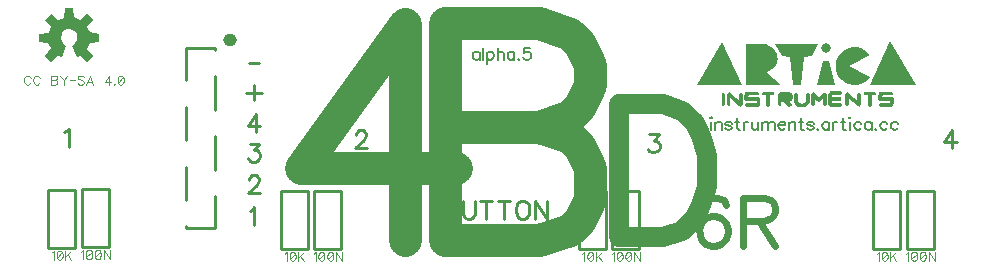
<source format=gbr>
%TF.GenerationSoftware,Novarm,DipTrace,3.3.1.3*%
%TF.CreationDate,2019-10-28T02:51:35+00:00*%
%FSLAX26Y26*%
%MOIN*%
%TF.FileFunction,Legend,Top*%
%TF.Part,Single*%
%ADD10C,0.009843*%
%ADD17O,0.04467X0.043737*%
%ADD19C,0.015584*%
%ADD20C,0.032777*%
%ADD21C,0.012511*%
%ADD22C,0.012511*%
%ADD23C,0.012438*%
%ADD24C,0.012438*%
%ADD25C,0.013974*%
%ADD26O,0.015584X0.014044*%
%ADD27O,0.026485X0.032763*%
%ADD28O,0.007829X0.006247*%
%ADD29C,0.014047*%
%ADD30O,0.015657X0.014044*%
%ADD31O,0.012438X0.014044*%
%ADD32O,0.012438X0.010921*%
%ADD47C,0.004632*%
%ADD48C,0.009264*%
%ADD49C,0.006176*%
%ADD50C,0.111163*%
%ADD51C,0.024703*%
%ADD52C,0.067933*%
G75*
G01*
%LPD*%
D17*
X1435966Y1213957D3*
X1289611Y680237D2*
D10*
Y790523D1*
Y585939D2*
Y593673D1*
Y585939D2*
X1387665D1*
Y692130D1*
Y778695D2*
Y892816D1*
X1289611Y880273D2*
Y990559D1*
X1387665Y978666D2*
Y1092851D1*
X1289611Y1080373D2*
Y1185850D1*
X1387665Y1178831D2*
Y1185850D1*
X1289611D1*
G36*
X885912Y1320900D2*
X912429D1*
X917102Y1289702D1*
X935832Y1281899D1*
X960792Y1302189D1*
X981059Y1281899D1*
X960792Y1256944D1*
X968599Y1239775D1*
X999789Y1235093D1*
Y1207017D1*
X968599Y1203895D1*
X960792Y1185184D1*
X979502Y1160211D1*
X960792Y1141500D1*
X935832Y1160211D1*
X924909Y1155547D1*
X909314Y1192988D1*
X920237Y1202334D1*
X928024Y1213260D1*
Y1225746D1*
X924909Y1236654D1*
X915544Y1244458D1*
X904622Y1249140D1*
X892142D1*
X881219Y1242897D1*
X874989Y1233532D1*
X871874Y1221064D1*
X874989Y1208578D1*
X882797Y1197652D1*
X890584Y1192988D1*
X874989Y1155547D1*
X864067Y1160211D1*
X839107Y1141500D1*
X820397Y1160211D1*
X839107Y1186745D1*
X831299Y1203895D1*
X800109Y1207017D1*
Y1235093D1*
X832877Y1238215D1*
X839107Y1256944D1*
X818839Y1281899D1*
X839107Y1300628D1*
X864067Y1281899D1*
X882797Y1288142D1*
X885912Y1320900D1*
G37*
D19*
X3159049Y1033346D3*
G36*
X2992125Y1062986D2*
X3076483Y1206752D1*
X3142111Y1062986D1*
X2992125D1*
G37*
G36*
X3155939Y1200261D2*
X3215202D1*
X3223031Y1198711D1*
X3233932Y1194037D1*
X3241761Y1189363D1*
X3249516Y1183116D1*
X3254199Y1176869D1*
X3258881Y1167521D1*
X3260418Y1159701D1*
X3262027Y1148802D1*
X3260418Y1139432D1*
X3255735Y1128511D1*
X3249516Y1122264D1*
X3241761Y1116040D1*
X3232396Y1111343D1*
X3224567Y1108242D1*
X3272929Y1062986D1*
X3155939D1*
Y1200261D1*
G37*
G36*
X3254199D2*
X3397747D1*
X3377480Y1161274D1*
X3349385Y1156600D1*
X3340020Y1064559D1*
X3313462D1*
X3304097Y1156600D1*
X3276075Y1161274D1*
X3254199Y1200261D1*
G37*
G36*
X3411794Y1142556D2*
X3432061D1*
X3452327Y1062986D1*
X3393064D1*
X3411794Y1142556D1*
G37*
G36*
X3569316Y1089502D2*
X3500688Y1126961D1*
X3569316Y1162825D1*
X3559951Y1173746D1*
X3550586Y1179992D1*
X3538148Y1186239D1*
X3525637Y1189363D1*
X3511590D1*
X3499152Y1186239D1*
X3486641Y1181543D1*
X3475740Y1173746D1*
X3466375Y1162825D1*
X3460156Y1151904D1*
X3457010Y1139432D1*
X3455473Y1126961D1*
X3457010Y1112916D1*
X3460156Y1100423D1*
X3467911Y1087951D1*
X3477276Y1078603D1*
X3488177Y1070783D1*
X3500688Y1066109D1*
X3511590Y1062986D1*
X3525637D1*
X3538148Y1066109D1*
X3552196Y1072356D1*
X3569316Y1089502D1*
G37*
G36*
X3570853Y1064559D2*
X3634871Y1209632D1*
X3723766Y1062986D1*
X3570853Y1064559D1*
G37*
D20*
X3421891Y1185453D3*
G36*
X3074801Y1033346D2*
X3087312D1*
Y995910D1*
X3074801D1*
Y1033346D1*
G37*
D21*
X3081056Y1034908D3*
D22*
Y995910D3*
G36*
X3091994Y1033346D2*
X3104432D1*
Y995910D1*
X3091994D1*
Y1033346D1*
G37*
D23*
X3098213Y1034908D3*
D24*
Y995910D3*
G36*
X3132527Y1033346D2*
X3145038D1*
Y995910D1*
X3132527D1*
Y1033346D1*
G37*
D21*
X3138783Y1034908D3*
D22*
Y995910D3*
G36*
X3224567Y1031796D2*
X3237078D1*
Y994359D1*
X3224567D1*
Y1031796D1*
G37*
D21*
X3230823Y1033357D3*
Y994348D3*
D25*
X3195704Y1015403D3*
D26*
X3194899Y998258D3*
D19*
X3605203Y1033346D3*
G36*
X3212056Y1041144D2*
X3249516D1*
Y1028672D1*
X3212056D1*
Y1041144D1*
G37*
D21*
X3213629Y1034908D3*
D23*
X3247980D3*
G36*
X3262027Y1033346D2*
X3274465D1*
Y995910D1*
X3262027D1*
Y1033346D1*
G37*
D23*
X3268246Y1034908D3*
D24*
Y995910D3*
G36*
X3316608Y1033346D2*
X3329119D1*
Y1014628D1*
X3316608D1*
Y1033346D1*
G37*
D21*
X3322863Y1034908D3*
G36*
X3268246Y1041144D2*
X3302560D1*
Y1008381D1*
X3268246D1*
Y1041144D1*
G37*
G36*
X3357141Y1033346D2*
X3369652D1*
Y1019302D1*
X3357141D1*
Y1033346D1*
G37*
D21*
X3363396Y1034908D3*
D27*
X3300219Y1024763D3*
G36*
X3563097Y1031796D2*
X3575535D1*
Y994359D1*
X3563097D1*
Y1031796D1*
G37*
D23*
X3569316Y1033357D3*
Y994348D3*
G36*
X3550586Y1041144D2*
X3588046D1*
Y1028672D1*
X3550586D1*
Y1041144D1*
G37*
D21*
X3552159Y1034908D3*
X3586473D3*
G36*
X3430451Y1033346D2*
X3442962D1*
Y995910D1*
X3430451D1*
Y1033346D1*
G37*
D21*
X3436706Y1034908D3*
D22*
Y995910D3*
G36*
X3413331Y1033346D2*
X3425842D1*
Y995910D1*
X3413331D1*
Y1033346D1*
G37*
D21*
X3419586Y1034908D3*
D22*
Y995910D3*
G36*
X3372798Y1033346D2*
X3385236D1*
Y995910D1*
X3372798D1*
Y1033346D1*
G37*
D23*
X3379017Y1034908D3*
D24*
Y995910D3*
G36*
X3319754Y1017751D2*
X3329119D1*
Y1008381D1*
X3319754D1*
Y1017751D1*
G37*
D28*
X3398515Y1009954D3*
D29*
X3641895Y1015403D3*
D30*
X3641090Y998258D3*
G36*
X3606776Y1041144D2*
X3644236D1*
Y1028672D1*
X3606776D1*
Y1041144D1*
G37*
D23*
X3608313Y1034908D3*
D21*
X3642663D3*
G36*
X3602094Y1022425D2*
X3639554D1*
Y1011505D1*
X3602094D1*
Y1022425D1*
G37*
D31*
X3603630Y1018527D3*
G36*
X3602094Y1002156D2*
X3639554D1*
Y991236D1*
X3602094D1*
Y1002156D1*
G37*
G36*
X3098213Y1041144D2*
X3141892Y1002156D1*
X3140356Y989663D1*
X3134063Y992786D1*
X3098213Y1023998D1*
Y1041144D1*
G37*
G36*
X3486641Y1033346D2*
X3499152D1*
Y995910D1*
X3486641D1*
Y1033346D1*
G37*
D21*
X3492896Y1034908D3*
D22*
Y995910D3*
G36*
X3527174Y1033346D2*
X3539685D1*
Y995910D1*
X3527174D1*
Y1033346D1*
G37*
D21*
X3533429Y1034908D3*
D22*
Y995910D3*
G36*
X3492860Y1041144D2*
X3536539Y1002156D1*
X3535002Y989663D1*
X3528783Y992786D1*
X3492860Y1023998D1*
Y1041144D1*
G37*
G36*
X3160622D2*
X3198009D1*
Y1028672D1*
X3160622D1*
Y1041144D1*
G37*
D23*
X3162158Y1034908D3*
X3196472D3*
G36*
X3155939Y1022425D2*
X3193399D1*
Y1011505D1*
X3155939D1*
Y1022425D1*
G37*
D31*
X3157476Y1018527D3*
D32*
X3602094Y996696D3*
G36*
X3155939Y1002156D2*
X3193399D1*
Y991236D1*
X3155939D1*
Y1002156D1*
G37*
D32*
Y996696D3*
D23*
X3191790Y997471D3*
D22*
X3305670Y995910D3*
G36*
X3280757Y1009954D2*
X3301024Y991236D1*
X3310389Y1000584D1*
X3297878Y1013077D1*
X3280757Y1009954D1*
G37*
G36*
X3341557Y989663D2*
X3352458D1*
X3363433Y997482D1*
X3368115Y1008381D1*
X3369652Y1020875D1*
X3357141Y1022425D1*
X3355604Y1009954D1*
X3341557Y989663D1*
G37*
G36*
X3316608Y1020875D2*
Y1005280D1*
X3327509Y991236D1*
X3344703Y989663D1*
X3358750Y999033D1*
X3350922Y1003707D1*
X3344703Y1000584D1*
X3335338Y1002156D1*
X3316608Y1020875D1*
G37*
G36*
X3380553Y1041144D2*
X3399283Y1023998D1*
X3416477Y1039593D1*
X3422696Y1030223D1*
X3402429Y1009954D1*
X3394601D1*
X3380553Y1023998D1*
Y1041144D1*
G37*
G36*
X3151257Y1031796D2*
X3163695D1*
Y1019302D1*
X3151257D1*
Y1031796D1*
G37*
G36*
X3191790Y1013077D2*
X3202691D1*
Y999033D1*
X3191790D1*
Y1013077D1*
G37*
G36*
X3436743Y1042717D2*
X3474130D1*
Y1030223D1*
X3436743D1*
Y1042717D1*
G37*
D24*
X3438280Y1036470D3*
X3472593D3*
G36*
X3435133Y1022425D2*
X3472593D1*
Y1009954D1*
X3435133D1*
Y1022425D1*
G37*
D21*
X3436706Y1016190D3*
D23*
X3471057D3*
G36*
X3436743Y1002156D2*
X3474130D1*
Y989663D1*
X3436743D1*
Y1002156D1*
G37*
D24*
X3438280Y995910D3*
X3472593D3*
D21*
X3637981Y997471D3*
G36*
X3597411Y1031796D2*
X3609849D1*
Y1019302D1*
X3597411D1*
Y1031796D1*
G37*
G36*
X3637944Y1013077D2*
X3648919D1*
Y999033D1*
X3637944D1*
Y1013077D1*
G37*
X3579951Y517508D2*
D10*
X3669951D1*
Y709508D1*
X3579951D1*
Y517508D1*
X3782449Y709508D2*
X3692449D1*
Y517508D1*
X3782449D1*
Y709508D1*
X2598700Y517508D2*
X2688700D1*
Y709508D1*
X2598700D1*
Y517508D1*
X2801200Y709508D2*
X2711200D1*
Y517508D1*
X2801200D1*
Y709508D1*
X1606329Y517508D2*
X1696329D1*
Y709508D1*
X1606329D1*
Y517508D1*
X1807451Y709508D2*
X1717451D1*
Y517508D1*
X1807451D1*
Y709508D1*
X829951Y521642D2*
X919951D1*
Y713642D1*
X829951D1*
Y521642D1*
X1032449Y715831D2*
X942449D1*
Y523831D1*
X1032449D1*
Y715831D1*
X3591993Y501563D2*
D47*
X3594878Y503022D1*
X3599189Y507300D1*
Y477189D1*
X3617075Y507300D2*
X3612764Y505874D1*
X3609879Y501563D1*
X3608453Y494400D1*
Y490089D1*
X3609879Y482926D1*
X3612764Y478615D1*
X3617075Y477189D1*
X3619927D1*
X3624238Y478615D1*
X3627090Y482926D1*
X3628549Y490089D1*
Y494400D1*
X3627090Y501563D1*
X3624238Y505874D1*
X3619927Y507300D1*
X3617075D1*
X3627090Y501563D2*
X3609879Y482926D1*
X3637812Y507333D2*
Y477189D1*
X3657908Y507333D2*
X3637812Y487237D1*
X3644975Y494433D2*
X3657908Y477189D1*
X3689812Y501563D2*
X3692697Y503022D1*
X3697008Y507300D1*
Y477189D1*
X3714894Y507300D2*
X3710583Y505874D1*
X3707698Y501563D1*
X3706272Y494400D1*
Y490089D1*
X3707698Y482926D1*
X3710583Y478615D1*
X3714894Y477189D1*
X3717746D1*
X3722057Y478615D1*
X3724908Y482926D1*
X3726368Y490089D1*
Y494400D1*
X3724908Y501563D1*
X3722057Y505874D1*
X3717746Y507300D1*
X3714894D1*
X3724908Y501563D2*
X3707698Y482926D1*
X3744253Y507300D2*
X3739942Y505874D1*
X3737057Y501563D1*
X3735631Y494400D1*
Y490089D1*
X3737057Y482926D1*
X3739942Y478615D1*
X3744253Y477189D1*
X3747105D1*
X3751416Y478615D1*
X3754268Y482926D1*
X3755727Y490089D1*
Y494400D1*
X3754268Y501563D1*
X3751416Y505874D1*
X3747105Y507300D1*
X3744253D1*
X3754268Y501563D2*
X3737057Y482926D1*
X3785087Y507333D2*
Y477189D1*
X3764991Y507333D1*
Y477189D1*
X2610742Y501563D2*
X2613627Y503022D1*
X2617938Y507300D1*
Y477189D1*
X2635824Y507300D2*
X2631513Y505874D1*
X2628628Y501563D1*
X2627202Y494400D1*
Y490089D1*
X2628628Y482926D1*
X2631513Y478615D1*
X2635824Y477189D1*
X2638676D1*
X2642987Y478615D1*
X2645839Y482926D1*
X2647298Y490089D1*
Y494400D1*
X2645839Y501563D1*
X2642987Y505874D1*
X2638676Y507300D1*
X2635824D1*
X2645839Y501563D2*
X2628628Y482926D1*
X2656562Y507333D2*
Y477189D1*
X2676658Y507333D2*
X2656562Y487237D1*
X2663725Y494433D2*
X2676658Y477189D1*
X2708563Y501563D2*
X2711448Y503022D1*
X2715759Y507300D1*
Y477189D1*
X2733644Y507300D2*
X2729333Y505874D1*
X2726448Y501563D1*
X2725022Y494400D1*
Y490089D1*
X2726448Y482926D1*
X2729333Y478615D1*
X2733644Y477189D1*
X2736496D1*
X2740807Y478615D1*
X2743659Y482926D1*
X2745118Y490089D1*
Y494400D1*
X2743659Y501563D1*
X2740807Y505874D1*
X2736496Y507300D1*
X2733644D1*
X2743659Y501563D2*
X2726448Y482926D1*
X2763004Y507300D2*
X2758693Y505874D1*
X2755808Y501563D1*
X2754382Y494400D1*
Y490089D1*
X2755808Y482926D1*
X2758693Y478615D1*
X2763004Y477189D1*
X2765856D1*
X2770167Y478615D1*
X2773019Y482926D1*
X2774478Y490089D1*
Y494400D1*
X2773019Y501563D1*
X2770167Y505874D1*
X2765856Y507300D1*
X2763004D1*
X2773019Y501563D2*
X2755808Y482926D1*
X2803837Y507333D2*
Y477189D1*
X2783741Y507333D1*
Y477189D1*
X1618371Y501563D2*
X1621256Y503022D1*
X1625567Y507300D1*
Y477189D1*
X1643453Y507300D2*
X1639142Y505874D1*
X1636257Y501563D1*
X1634831Y494400D1*
Y490089D1*
X1636257Y482926D1*
X1639142Y478615D1*
X1643453Y477189D1*
X1646305D1*
X1650616Y478615D1*
X1653468Y482926D1*
X1654927Y490089D1*
Y494400D1*
X1653468Y501563D1*
X1650616Y505874D1*
X1646305Y507300D1*
X1643453D1*
X1653468Y501563D2*
X1636257Y482926D1*
X1664190Y507333D2*
Y477189D1*
X1684286Y507333D2*
X1664190Y487237D1*
X1671353Y494433D2*
X1684286Y477189D1*
X1714813Y501563D2*
X1717698Y503022D1*
X1722009Y507300D1*
Y477189D1*
X1739895Y507300D2*
X1735584Y505874D1*
X1732699Y501563D1*
X1731273Y494400D1*
Y490089D1*
X1732699Y482926D1*
X1735584Y478615D1*
X1739895Y477189D1*
X1742747D1*
X1747058Y478615D1*
X1749910Y482926D1*
X1751369Y490089D1*
Y494400D1*
X1749910Y501563D1*
X1747058Y505874D1*
X1742747Y507300D1*
X1739895D1*
X1749910Y501563D2*
X1732699Y482926D1*
X1769255Y507300D2*
X1764943Y505874D1*
X1762058Y501563D1*
X1760632Y494400D1*
Y490089D1*
X1762058Y482926D1*
X1764943Y478615D1*
X1769255Y477189D1*
X1772106D1*
X1776417Y478615D1*
X1779269Y482926D1*
X1780728Y490089D1*
Y494400D1*
X1779269Y501563D1*
X1776417Y505874D1*
X1772106Y507300D1*
X1769255D1*
X1779269Y501563D2*
X1762058Y482926D1*
X1810088Y507333D2*
Y477189D1*
X1789992Y507333D1*
Y477189D1*
X841993Y505697D2*
X844878Y507156D1*
X849189Y511434D1*
Y481323D1*
X867075Y511434D2*
X862764Y510008D1*
X859879Y505697D1*
X858453Y498534D1*
Y494223D1*
X859879Y487060D1*
X862764Y482749D1*
X867075Y481323D1*
X869927D1*
X874238Y482749D1*
X877090Y487060D1*
X878549Y494223D1*
Y498534D1*
X877090Y505697D1*
X874238Y510008D1*
X869927Y511434D1*
X867075D1*
X877090Y505697D2*
X859879Y487060D1*
X887812Y511467D2*
Y481323D1*
X907908Y511467D2*
X887812Y491371D1*
X894975Y498567D2*
X907908Y481323D1*
X939812Y507886D2*
X942697Y509345D1*
X947008Y513623D1*
Y483512D1*
X964894Y513623D2*
X960583Y512197D1*
X957698Y507886D1*
X956272Y500723D1*
Y496412D1*
X957698Y489249D1*
X960583Y484938D1*
X964894Y483512D1*
X967746D1*
X972057Y484938D1*
X974908Y489249D1*
X976368Y496412D1*
Y500723D1*
X974908Y507886D1*
X972057Y512197D1*
X967746Y513623D1*
X964894D1*
X974908Y507886D2*
X957698Y489249D1*
X994253Y513623D2*
X989942Y512197D1*
X987057Y507886D1*
X985631Y500723D1*
Y496412D1*
X987057Y489249D1*
X989942Y484938D1*
X994253Y483512D1*
X997105D1*
X1001416Y484938D1*
X1004268Y489249D1*
X1005727Y496412D1*
Y500723D1*
X1004268Y507886D1*
X1001416Y512197D1*
X997105Y513623D1*
X994253D1*
X1004268Y507886D2*
X987057Y489249D1*
X1035087Y513656D2*
Y483512D1*
X1014991Y513656D1*
Y483512D1*
X1499262Y747926D2*
D48*
Y750778D1*
X1502114Y756548D1*
X1504966Y759400D1*
X1510736Y762252D1*
X1522210D1*
X1527914Y759400D1*
X1530765Y756548D1*
X1533684Y750778D1*
Y745074D1*
X1530765Y739304D1*
X1525062Y730748D1*
X1496344Y702030D1*
X1536536D1*
X1499859Y1138393D2*
X1533021D1*
X1516407Y1064227D2*
Y1012561D1*
X1490607Y1038361D2*
X1542273D1*
X1523636Y908282D2*
Y968504D1*
X1494918Y928378D1*
X1537962D1*
X1502114Y868506D2*
X1533617D1*
X1516440Y845558D1*
X1525062D1*
X1530765Y842707D1*
X1533617Y839855D1*
X1536536Y831233D1*
Y825529D1*
X1533617Y816907D1*
X1527914Y811137D1*
X1519291Y808285D1*
X1510669D1*
X1502114Y811137D1*
X1499262Y814055D1*
X1496344Y819759D1*
X1502995Y644530D2*
X1508765Y647448D1*
X1517387Y656004D1*
Y595782D1*
X884362Y907030D2*
X890132Y909948D1*
X898754Y918504D1*
Y858282D1*
X3037856Y954167D2*
D49*
X3039757Y952266D1*
X3041703Y954167D1*
X3039757Y956113D1*
X3037856Y954167D1*
X3039757Y940770D2*
Y913975D1*
X3054054Y940770D2*
Y913975D1*
Y933121D2*
X3059802Y938869D1*
X3063649Y940770D1*
X3069353D1*
X3073200Y938869D1*
X3075101Y933121D1*
Y913975D1*
X3108499Y935022D2*
X3106598Y938869D1*
X3100850Y940770D1*
X3095102D1*
X3089354Y938869D1*
X3087452Y935022D1*
X3089354Y931219D1*
X3093200Y929274D1*
X3102751Y927372D1*
X3106598Y925471D1*
X3108499Y921624D1*
Y919723D1*
X3106598Y915921D1*
X3100850Y913975D1*
X3095102D1*
X3089354Y915921D1*
X3087452Y919723D1*
X3126598Y954167D2*
Y921624D1*
X3128500Y915921D1*
X3132346Y913975D1*
X3136149D1*
X3120850Y940770D2*
X3134248D1*
X3148500D2*
Y913975D1*
Y929274D2*
X3150446Y935022D1*
X3154248Y938869D1*
X3158095Y940770D1*
X3163843D1*
X3176195D2*
Y921624D1*
X3178096Y915921D1*
X3181943Y913975D1*
X3187691D1*
X3191493Y915921D1*
X3197241Y921624D1*
Y940770D2*
Y913975D1*
X3209593Y940770D2*
Y913975D1*
Y933121D2*
X3215341Y938869D1*
X3219187Y940770D1*
X3224891D1*
X3228738Y938869D1*
X3230639Y933121D1*
Y913975D1*
Y933121D2*
X3236387Y938869D1*
X3240234Y940770D1*
X3245938D1*
X3249785Y938869D1*
X3251730Y933121D1*
Y913975D1*
X3264081Y929274D2*
X3287029D1*
Y933121D1*
X3285128Y936967D1*
X3283227Y938869D1*
X3279380Y940770D1*
X3273632D1*
X3269829Y938869D1*
X3265983Y935022D1*
X3264081Y929274D1*
Y925471D1*
X3265983Y919723D1*
X3269829Y915921D1*
X3273632Y913975D1*
X3279380D1*
X3283227Y915921D1*
X3287029Y919723D1*
X3299381Y940770D2*
Y913975D1*
Y933121D2*
X3305129Y938869D1*
X3308976Y940770D1*
X3314679D1*
X3318526Y938869D1*
X3320427Y933121D1*
Y913975D1*
X3338527Y954167D2*
Y921624D1*
X3340428Y915921D1*
X3344275Y913975D1*
X3348077D1*
X3332779Y940770D2*
X3346176D1*
X3381475Y935022D2*
X3379574Y938869D1*
X3373826Y940770D1*
X3368078D1*
X3362330Y938869D1*
X3360429Y935022D1*
X3362330Y931219D1*
X3366177Y929274D1*
X3375727Y927372D1*
X3379574Y925471D1*
X3381475Y921624D1*
Y919723D1*
X3379574Y915921D1*
X3373826Y913975D1*
X3368078D1*
X3362330Y915921D1*
X3360429Y919723D1*
X3395728Y917822D2*
X3393827Y915876D1*
X3395728Y913975D1*
X3397674Y915876D1*
X3395728Y917822D1*
X3432973Y940770D2*
Y913975D1*
Y935022D2*
X3429170Y938869D1*
X3425324Y940770D1*
X3419620D1*
X3415773Y938869D1*
X3411970Y935022D1*
X3410025Y929274D1*
Y925471D1*
X3411970Y919723D1*
X3415773Y915921D1*
X3419620Y913975D1*
X3425324D1*
X3429170Y915921D1*
X3432973Y919723D1*
X3445324Y940770D2*
Y913975D1*
Y929274D2*
X3447270Y935022D1*
X3451072Y938869D1*
X3454919Y940770D1*
X3460667D1*
X3478767Y954167D2*
Y921624D1*
X3480668Y915921D1*
X3484515Y913975D1*
X3488317D1*
X3473019Y940770D2*
X3486416D1*
X3500669Y954167D2*
X3502570Y952266D1*
X3504515Y954167D1*
X3502570Y956113D1*
X3500669Y954167D1*
X3502570Y940770D2*
Y913975D1*
X3539859Y935022D2*
X3536012Y938869D1*
X3532165Y940770D1*
X3526461D1*
X3522615Y938869D1*
X3518812Y935022D1*
X3516867Y929274D1*
Y925471D1*
X3518812Y919723D1*
X3522615Y915921D1*
X3526461Y913975D1*
X3532165D1*
X3536012Y915921D1*
X3539859Y919723D1*
X3575158Y940770D2*
Y913975D1*
Y935022D2*
X3571356Y938869D1*
X3567509Y940770D1*
X3561805D1*
X3557958Y938869D1*
X3554156Y935022D1*
X3552210Y929274D1*
Y925471D1*
X3554156Y919723D1*
X3557958Y915921D1*
X3561805Y913975D1*
X3567509D1*
X3571356Y915921D1*
X3575158Y919723D1*
X3589411Y917822D2*
X3587510Y915876D1*
X3589411Y913975D1*
X3591356Y915876D1*
X3589411Y917822D1*
X3626700Y935022D2*
X3622853Y938869D1*
X3619006Y940770D1*
X3613302D1*
X3609456Y938869D1*
X3605653Y935022D1*
X3603708Y929274D1*
Y925471D1*
X3605653Y919723D1*
X3609456Y915921D1*
X3613302Y913975D1*
X3619006D1*
X3622853Y915921D1*
X3626700Y919723D1*
X3662043Y935022D2*
X3658197Y938869D1*
X3654350Y940770D1*
X3648646D1*
X3644799Y938869D1*
X3640997Y935022D1*
X3639051Y929274D1*
Y925471D1*
X3640997Y919723D1*
X3644799Y915921D1*
X3648646Y913975D1*
X3654350D1*
X3658197Y915921D1*
X3662043Y919723D1*
X2833883Y899753D2*
D48*
X2865386D1*
X2848209Y876805D1*
X2856831D1*
X2862534Y873953D1*
X2865386Y871101D1*
X2868305Y862479D1*
Y856775D1*
X2865386Y848153D1*
X2859683Y842383D1*
X2851061Y839531D1*
X2842438D1*
X2833883Y842383D1*
X2831031Y845302D1*
X2828113Y851005D1*
X3844332Y852031D2*
Y912253D1*
X3815614Y872127D1*
X3858658D1*
X771496Y1087896D2*
D47*
X770070Y1090748D1*
X767185Y1093633D1*
X764333Y1095059D1*
X758596D1*
X755711Y1093633D1*
X752859Y1090748D1*
X751400Y1087896D1*
X749974Y1083585D1*
Y1076389D1*
X751400Y1072111D1*
X752859Y1069226D1*
X755711Y1066374D1*
X758596Y1064915D1*
X764333D1*
X767185Y1066374D1*
X770070Y1069226D1*
X771496Y1072111D1*
X802281Y1087896D2*
X800855Y1090748D1*
X797970Y1093633D1*
X795118Y1095059D1*
X789381D1*
X786496Y1093633D1*
X783644Y1090748D1*
X782185Y1087896D1*
X780759Y1083585D1*
Y1076389D1*
X782185Y1072111D1*
X783644Y1069226D1*
X786496Y1066374D1*
X789381Y1064915D1*
X795118D1*
X797970Y1066374D1*
X800855Y1069226D1*
X802281Y1072111D1*
X840705Y1095059D2*
Y1064915D1*
X853639D1*
X857950Y1066374D1*
X859376Y1067800D1*
X860801Y1070652D1*
Y1074963D1*
X859376Y1077848D1*
X857950Y1079274D1*
X853639Y1080700D1*
X857950Y1082159D1*
X859376Y1083585D1*
X860801Y1086437D1*
Y1089322D1*
X859376Y1092174D1*
X857950Y1093633D1*
X853639Y1095059D1*
X840705D1*
Y1080700D2*
X853639D1*
X870065Y1095059D2*
X881539Y1080700D1*
Y1064915D1*
X893013Y1095059D2*
X881539Y1080700D1*
X902276Y1079970D2*
X918857D1*
X948217Y1090748D2*
X945365Y1093633D1*
X941054Y1095059D1*
X935317D1*
X931006Y1093633D1*
X928121Y1090748D1*
Y1087896D1*
X929580Y1085011D1*
X931006Y1083585D1*
X933858Y1082159D1*
X942480Y1079274D1*
X945365Y1077848D1*
X946791Y1076389D1*
X948217Y1073537D1*
Y1069226D1*
X945365Y1066374D1*
X941054Y1064915D1*
X935317D1*
X931006Y1066374D1*
X928121Y1069226D1*
X980462Y1064915D2*
X968954Y1095059D1*
X957480Y1064915D1*
X961791Y1074963D2*
X976150D1*
X1033245Y1064915D2*
Y1095026D1*
X1018886Y1074963D1*
X1040408D1*
X1051097Y1067800D2*
X1049671Y1066341D1*
X1051097Y1064915D1*
X1052556Y1066341D1*
X1051097Y1067800D1*
X1070442Y1095026D2*
X1066131Y1093600D1*
X1063246Y1089289D1*
X1061820Y1082126D1*
Y1077815D1*
X1063246Y1070652D1*
X1066131Y1066341D1*
X1070442Y1064915D1*
X1073294D1*
X1077605Y1066341D1*
X1080457Y1070652D1*
X1081916Y1077815D1*
Y1082126D1*
X1080457Y1089289D1*
X1077605Y1093600D1*
X1073294Y1095026D1*
X1070442D1*
X1080457Y1089289D2*
X1063246Y1070652D1*
X2018083Y545603D2*
D50*
Y1268263D1*
X1673466Y786755D1*
X2189993D1*
X2154716Y1269059D2*
Y545603D1*
X2465109D1*
X2568574Y580622D1*
X2602797Y614845D1*
X2637020Y683291D1*
Y786755D1*
X2602797Y855997D1*
X2568574Y890220D1*
X2465109Y924443D1*
X2568574Y959461D1*
X2602797Y993684D1*
X2637020Y1062130D1*
Y1131372D1*
X2602797Y1199817D1*
X2568574Y1234836D1*
X2465109Y1269059D1*
X2154716D1*
Y924443D2*
X2465109D1*
X2268267Y1174454D2*
D49*
Y1147659D1*
Y1168706D2*
X2264465Y1172552D1*
X2260618Y1174454D1*
X2254914D1*
X2251067Y1172552D1*
X2247265Y1168706D1*
X2245319Y1162957D1*
Y1159155D1*
X2247265Y1153407D1*
X2251067Y1149604D1*
X2254914Y1147659D1*
X2260618D1*
X2264465Y1149604D1*
X2268267Y1153407D1*
X2280619Y1187851D2*
Y1147659D1*
X2292970Y1174454D2*
Y1134262D1*
Y1168706D2*
X2296817Y1172508D1*
X2300619Y1174454D1*
X2306367D1*
X2310214Y1172508D1*
X2314017Y1168706D1*
X2315962Y1162957D1*
Y1159111D1*
X2314017Y1153407D1*
X2310214Y1149560D1*
X2306367Y1147659D1*
X2300619D1*
X2296817Y1149560D1*
X2292970Y1153407D1*
X2328314Y1187851D2*
Y1147659D1*
Y1166804D2*
X2334062Y1172552D1*
X2337908Y1174454D1*
X2343656D1*
X2347459Y1172552D1*
X2349360Y1166804D1*
Y1147659D1*
X2384660Y1174454D2*
Y1147659D1*
Y1168706D2*
X2380857Y1172552D1*
X2377010Y1174454D1*
X2371306D1*
X2367460Y1172552D1*
X2363657Y1168706D1*
X2361712Y1162957D1*
Y1159155D1*
X2363657Y1153407D1*
X2367460Y1149604D1*
X2371306Y1147659D1*
X2377010D1*
X2380857Y1149604D1*
X2384660Y1153407D1*
X2398912Y1151506D2*
X2397011Y1149560D1*
X2398912Y1147659D1*
X2400858Y1149560D1*
X2398912Y1151506D1*
X2436157Y1187807D2*
X2417056D1*
X2415155Y1170607D1*
X2417056Y1172508D1*
X2422804Y1174454D1*
X2428508D1*
X2434256Y1172508D1*
X2438102Y1168706D1*
X2440004Y1162957D1*
Y1159155D1*
X2438102Y1153407D1*
X2434256Y1149560D1*
X2428508Y1147659D1*
X2422804D1*
X2417056Y1149560D1*
X2415155Y1151506D1*
X2413209Y1155308D1*
X3090125Y664787D2*
D51*
X3082520Y679997D1*
X3059528Y687602D1*
X3044318D1*
X3021326Y679997D1*
X3005939Y657005D1*
X2998334Y618802D1*
Y580600D1*
X3005939Y550003D1*
X3021326Y534616D1*
X3044318Y527011D1*
X3051923D1*
X3074738Y534616D1*
X3090125Y550003D1*
X3097730Y572995D1*
Y580600D1*
X3090125Y603592D1*
X3074738Y618802D1*
X3051923Y626407D1*
X3044318D1*
X3021326Y618802D1*
X3005939Y603592D1*
X2998334Y580600D1*
X3147136Y611197D2*
X3215935D1*
X3238928Y618979D1*
X3246709Y626584D1*
X3254315Y641794D1*
Y657181D1*
X3246709Y672392D1*
X3238928Y680174D1*
X3215935Y687779D1*
X3147136D1*
Y527011D1*
X3200725Y611197D2*
X3254315Y527011D1*
X2732448Y999058D2*
D52*
Y556946D1*
X2879819D1*
X2943048Y578346D1*
X2985362Y620174D1*
X3006276Y662489D1*
X3027190Y725231D1*
Y830773D1*
X3006276Y894002D1*
X2985362Y935830D1*
X2943048Y978144D1*
X2879819Y999058D1*
X2732448D1*
X2212488Y677945D2*
D48*
Y634901D1*
X2215340Y626279D1*
X2221110Y620576D1*
X2229732Y617657D1*
X2235436D1*
X2244058Y620576D1*
X2249828Y626279D1*
X2252680Y634901D1*
Y677945D1*
X2291303D2*
Y617657D1*
X2271207Y677945D2*
X2311399D1*
X2350022D2*
Y617657D1*
X2329926Y677945D2*
X2370118D1*
X2405889D2*
X2400119Y675093D1*
X2394415Y669323D1*
X2391497Y663620D1*
X2388645Y654997D1*
Y640605D1*
X2391497Y632050D1*
X2394415Y626279D1*
X2400119Y620576D1*
X2405889Y617657D1*
X2417363D1*
X2423067Y620576D1*
X2428837Y626279D1*
X2431689Y632050D1*
X2434541Y640605D1*
Y654997D1*
X2431689Y663620D1*
X2428837Y669323D1*
X2423067Y675093D1*
X2417363Y677945D1*
X2405889D1*
X2493260D2*
Y617657D1*
X2453068Y677945D1*
Y617657D1*
X1856031Y897927D2*
Y900779D1*
X1858883Y906549D1*
X1861735Y909401D1*
X1867505Y912253D1*
X1878979D1*
X1884683Y909401D1*
X1887534Y906549D1*
X1890453Y900779D1*
Y895075D1*
X1887534Y889305D1*
X1881831Y880749D1*
X1853113Y852031D1*
X1893305D1*
M02*

</source>
